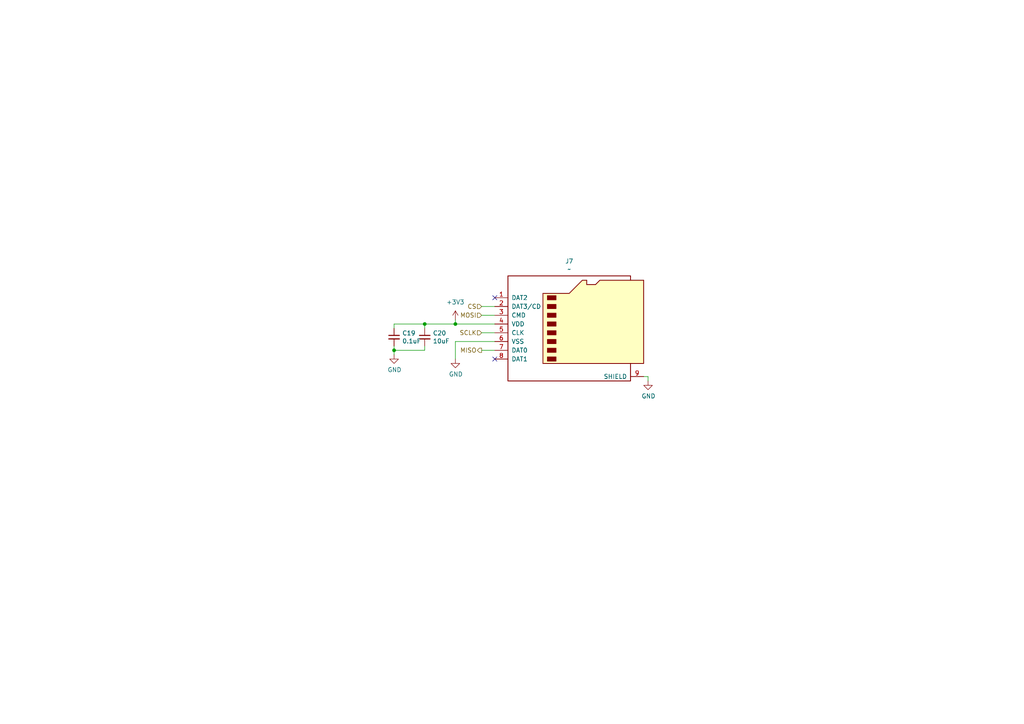
<source format=kicad_sch>
(kicad_sch (version 20211123) (generator eeschema)
  (paper "A4")
  (lib_symbols
    (symbol "Connector:Micro_SD_Card" (pin_names (offset 1.016))
      (property "Reference" "J" (at -16.51 15.24 0))
      (property "Value" "Micro_SD_Card" (at 16.51 15.24 0))
      (symbol "Micro_SD_Card_0_1"
        (rectangle (start -7.62 -9.525) (end -5.08 -10.795) (fill (type outline)))
        (rectangle (start -7.62 -6.985) (end -5.08 -8.255) (fill (type outline)))
        (rectangle (start -7.62 -4.445) (end -5.08 -5.715) (fill (type outline)))
        (rectangle (start -7.62 -1.905) (end -5.08 -3.175) (fill (type outline)))
        (rectangle (start -7.62 0.635) (end -5.08 -0.635) (fill (type outline)))
        (rectangle (start -7.62 3.175) (end -5.08 1.905) (fill (type outline)))
        (rectangle (start -7.62 5.715) (end -5.08 4.445) (fill (type outline)))
        (rectangle (start -7.62 8.255) (end -5.08 6.985) (fill (type outline)))
        (polyline (pts (xy 16.51 12.7) (xy 16.51 13.97) (xy -19.05 13.97) (xy -19.05 -16.51) (xy 16.51 -16.51) (xy 16.51 -11.43)) (stroke (width 0.254)))
        (polyline (pts (xy -8.89 -11.43) (xy -8.89 8.89) (xy -1.27 8.89) (xy 2.54 12.7) (xy 3.81 12.7) (xy 3.81 11.43) (xy 6.35 11.43) (xy 7.62 12.7) (xy 20.32 12.7) (xy 20.32 -11.43) (xy -8.89 -11.43)) (stroke (width 0.254)) (fill (type background)))
      )
      (symbol "Micro_SD_Card_1_1"
        (pin bidirectional line (at -22.86 7.62 0) (length 3.81) (name "DAT2") (number "1"))
        (pin bidirectional line (at -22.86 5.08 0) (length 3.81) (name "DAT3/CD") (number "2"))
        (pin input line (at -22.86 2.54 0) (length 3.81) (name "CMD") (number "3"))
        (pin power_in line (at -22.86 0 0) (length 3.81) (name "VDD") (number "4"))
        (pin input line (at -22.86 -2.54 0) (length 3.81) (name "CLK") (number "5"))
        (pin power_in line (at -22.86 -5.08 0) (length 3.81) (name "VSS") (number "6"))
        (pin bidirectional line (at -22.86 -7.62 0) (length 3.81) (name "DAT0") (number "7"))
        (pin bidirectional line (at -22.86 -10.16 0) (length 3.81) (name "DAT1") (number "8"))
        (pin passive line (at 20.32 -15.24 180) (length 3.81) (name "SHIELD") (number "9"))
      )
    )
    (symbol "Device:C_Small" (pin_numbers hide) (pin_names (offset 0.254) hide)
      (property "Reference" "C" (at 0.254 1.778 0))
      (property "Value" "C_Small" (at 0.254 -2.032 0))
      (symbol "C_Small_0_1"
        (polyline (pts (xy -1.524 -0.508) (xy 1.524 -0.508)) (stroke (width 0.3302)))
        (polyline (pts (xy -1.524 0.508) (xy 1.524 0.508)) (stroke (width 0.3048)))
      )
      (symbol "C_Small_1_1"
        (pin passive line (at 0 2.54 270) (length 2.032) (name "~") (number "1"))
        (pin passive line (at 0 -2.54 90) (length 2.032) (name "~") (number "2"))
      )
    )
    (symbol "power:+3.3V" (power) (pin_names (offset 0))
      (property "Value" "+3.3V" (at 0 3.556 0))
      (symbol "+3.3V_0_1"
        (polyline (pts (xy -0.762 1.27) (xy 0 2.54)))
        (polyline (pts (xy 0 0) (xy 0 2.54)))
        (polyline (pts (xy 0 2.54) (xy 0.762 1.27)))
      )
      (symbol "+3.3V_1_1"
        (pin power_in line (at 0 0 90) (length 0) hide (name "+3V3") (number "1"))
      )
    )
    (symbol "power:GND" (power) (pin_names (offset 0))
      (property "Value" "GND" (at 0 -3.81 0))
      (symbol "GND_0_1"
        (polyline (pts (xy 0 0) (xy 0 -1.27) (xy 1.27 -1.27) (xy 0 -2.54) (xy -1.27 -1.27) (xy 0 -1.27)))
      )
      (symbol "GND_1_1"
        (pin power_in line (at 0 0 270) (length 0) hide (name "GND") (number "1"))
      )
    )
  )
  (junction (at 114.3 101.6))
  (junction (at 123.19 93.98))
  (junction (at 132.08 93.98))
  (no_connect (at 143.51 104.14))
  (no_connect (at 143.51 86.36))
  (wire (pts (xy 114.3 93.98) (xy 114.3 95.25)))
  (wire (pts (xy 132.08 93.98) (xy 123.19 93.98)))
  (wire (pts (xy 143.51 99.06) (xy 132.08 99.06)))
  (wire (pts (xy 132.08 99.06) (xy 132.08 104.14)))
  (wire (pts (xy 187.96 109.22) (xy 187.96 110.49)))
  (wire (pts (xy 143.51 88.9) (xy 139.7 88.9)))
  (wire (pts (xy 114.3 101.6) (xy 114.3 102.87)))
  (wire (pts (xy 143.51 91.44) (xy 139.7 91.44)))
  (wire (pts (xy 143.51 96.52) (xy 139.7 96.52)))
  (wire (pts (xy 132.08 93.98) (xy 132.08 92.71)))
  (wire (pts (xy 114.3 93.98) (xy 123.19 93.98)))
  (wire (pts (xy 114.3 100.33) (xy 114.3 101.6)))
  (wire (pts (xy 186.69 109.22) (xy 187.96 109.22)))
  (wire (pts (xy 123.19 101.6) (xy 123.19 100.33)))
  (wire (pts (xy 123.19 95.25) (xy 123.19 93.98)))
  (wire (pts (xy 114.3 101.6) (xy 123.19 101.6)))
  (wire (pts (xy 143.51 93.98) (xy 132.08 93.98)))
  (wire (pts (xy 143.51 101.6) (xy 139.7 101.6)))
  (hierarchical_label "MOSI" (shape input) (at 139.7 91.44 180))
  (hierarchical_label "SCLK" (shape input) (at 139.7 96.52 180))
  (hierarchical_label "MISO" (shape output) (at 139.7 101.6 180))
  (hierarchical_label "CS" (shape input) (at 139.7 88.9 180))
  (symbol (lib_id "Device:C_Small") (at 114.3 97.79 0) (unit 1)
    (property "Reference" "C19" (at 116.6368 96.6216 0) (effects (justify left)))
    (property "Value" "0.1uF" (at 116.6368 98.933 0) (effects (justify left)))
  )
  (symbol (lib_id "power:GND") (at 132.08 104.14 0) (unit 1)
    (property "Reference" "#PWR0132" (effects hide))
    (property "Value" "~" (at 132.207 108.5342 0))
  )
  (symbol (lib_id "power:GND") (at 187.96 110.49 0) (unit 1)
    (property "Reference" "#PWR0133" (effects hide))
    (property "Value" "~" (at 188.087 114.8842 0))
  )
  (symbol (lib_id "power:GND") (at 114.3 102.87 0) (unit 1)
    (property "Reference" "#PWR0134" (effects hide))
    (property "Value" "~" (at 114.427 107.2642 0))
  )
  (symbol (lib_id "power:+3.3V") (at 132.08 92.71 0) (unit 1)
    (property "Reference" "#PWR0135" (effects hide))
    (property "Value" "+3.3V" (at 132.08 87.63 0))
  )
  (symbol (lib_id "Device:C_Small") (at 123.19 97.79 0) (unit 1)
    (property "Reference" "C20" (at 125.5268 96.6216 0) (effects (justify left)))
    (property "Value" "10uF" (at 125.5268 98.933 0) (effects (justify left)))
  )
  (symbol (lib_id "Connector:Micro_SD_Card") (at 166.37 93.98 0) (unit 1)
    (property "Reference" "J7" (at 165.1 75.7682 0))
    (property "Value" "~" (at 165.1 78.0796 0))
    (property "Datasheet" "http://katalog.we-online.de/em/datasheet/693072010801.pdf" (effects hide))
  )
)
</source>
